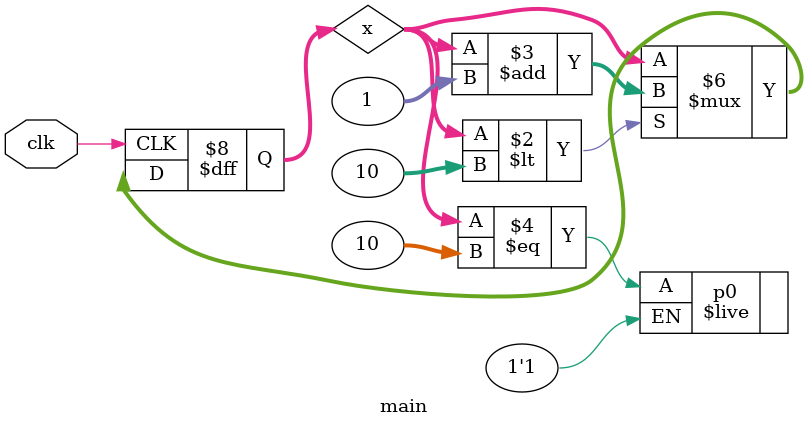
<source format=sv>
module main(input clk);

  reg [31:0] x;
  
  initial x=1;
  
  always @(posedge clk)
    if(x<10)
      x<=x+1;

  // true, but not supported by k-induction
  p0: assert property (eventually x == 10);

endmodule

</source>
